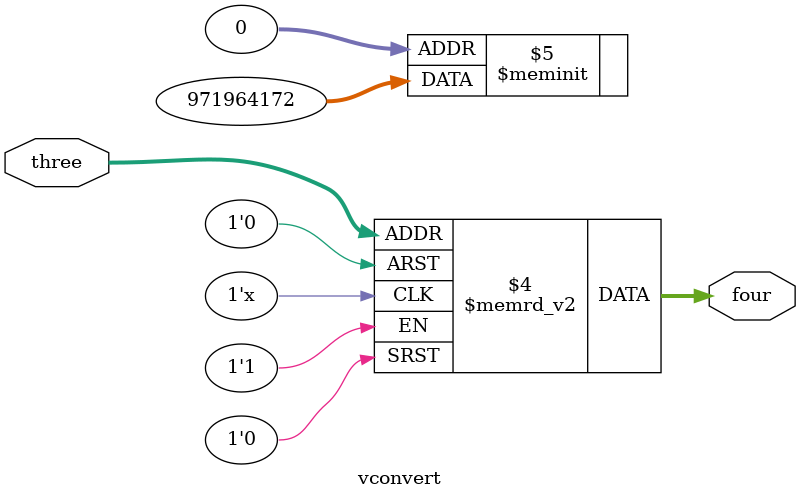
<source format=v>
module vconvert (input [2:0] three,
                           output [3:0] four);
always @ *
    case(three)
        3'b000 : four = 4'b1100;
        3'b001 : four = 4'b0000;
        3'b010 : four = 4'b1111;
        3'b011 : four = 4'b1111;
        3'b100 : four = 4'b1110;
        3'b101 : four = 4'b1110;
        3'b110 : four = 4'b1001;
        3'b111 : four = 4'b0011;
    endcase
endmodule

</source>
